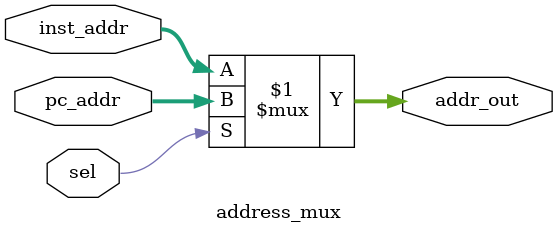
<source format=v>
`timescale 1ns / 1ps

module address_mux (
    input wire sel, // input select
    input wire [4:0] pc_addr, // input address of PC
    input wire [4:0] inst_addr, // input address of instruction register
    output wire [4:0] addr_out // output address salected
);
    // If sel == 1, addr_out = pc_addr else addr_out = inst_addr
    assign addr_out = sel ? pc_addr : inst_addr;

endmodule
</source>
